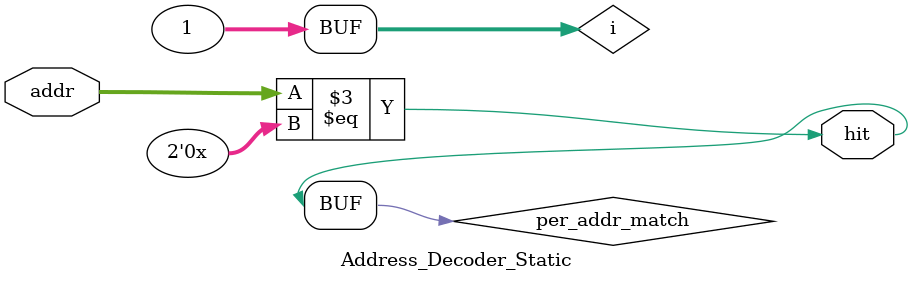
<source format=v>


// A flexible address decoder. Works for any address range at any starting
// point. The base and bound addresses are set as parameters, so the range is
// fixed. This decoder works by checking if the input address lies between the
// base and bound (inclusive) of a range by comparing against each possible
// address within the range, then outputs the OR-reduction of all these
// checks.

// But there are a couple of caveats: your CAD tool will have to create
// a little netlist for up to all 2^ADDR_WIDTH possible addresses, and store
// the matches into a vector of up to 2^ADDR_WIDTH bits long, depending on the
// base and bound addresses.  Elaborating and optimizing this logic can take
// a *very* long time and, as I understand it, Verilog implementations have
// a maximum vector width of a million or so, so this decoder will be likley
// unusable for address ranges more than 20 bits wide.

// Also, even if your CAD tool can handle wider vectors, because we use an
// integer as counter, this decoder cannot be guaranteed to work for address
// ranges exceeding 32 bits, depending on your Verilog implementation.

// **I do not recommend this implementation.** I include it because I have put
// it to good use inside a CPU for decoding register operands, and it might be
// a good choice for very small, fixed address ranges if your CAD tool cannot
// fully optimize the [Behavioural Address
// Decoder](./Address_Decoder_Behavioural.html).

`default_nettype none

module Address_Decoder_Static
#(
    parameter       ADDR_WIDTH          = 0,
    parameter       ADDR_BASE           = 0,
    parameter       ADDR_BOUND          = 0
)
(
    input   wire    [ADDR_WIDTH-1:0]    addr,
    output  reg                         hit
);

    localparam ADDR_COUNT = ADDR_BOUND - ADDR_BASE + 1;
    localparam COUNT_ZERO = {ADDR_COUNT{1'b0}};

    initial begin
        hit = 1'b0;
    end

    integer                     i;
    reg     [ADDR_COUNT-1:0]    per_addr_match = COUNT_ZERO;

// Check each address in base/bound range for match, and store it in a vector
// for later OR-reduction.  Note that we select only the bit range we need
// from the index `i` so it doesn't raise a width mismatch warning when
// compared to the input address.  This does mean problems if `ADDR_WIDTH` is
// greater than 32 bits.

    always @(*) begin
        for(i = ADDR_BASE; i <= ADDR_BOUND; i = i + 1) begin : addr_decode
            per_addr_match[i-ADDR_BASE] = (addr == i[ADDR_WIDTH-1:0]);
        end
    end

    always @(*) begin : is_hit
        hit = |per_addr_match;
    end 

endmodule


</source>
